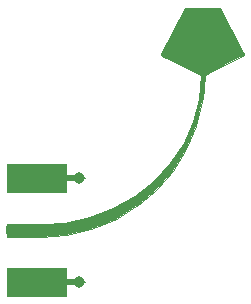
<source format=gtl>
G04 (created by PCBNEW (2013-june-11)-stable) date Mon 30 Oct 2017 03:43:58 PM CET*
%MOIN*%
G04 Gerber Fmt 3.4, Leading zero omitted, Abs format*
%FSLAX34Y34*%
G01*
G70*
G90*
G04 APERTURE LIST*
%ADD10C,0.00590551*%
%ADD11R,0.19685X0.0589*%
%ADD12R,0.0984252X0.0275*%
%ADD13C,0.038189*%
%ADD14C,0.01*%
%ADD15C,0.0011811*%
G04 APERTURE END LIST*
G54D10*
G54D11*
X71292Y-60501D03*
X71292Y-57272D03*
G54D12*
X70799Y-58887D03*
G54D13*
X72731Y-60602D03*
X72731Y-57137D03*
G54D14*
X71292Y-60501D02*
X71392Y-60602D01*
X71392Y-60602D02*
X72731Y-60602D01*
G54D10*
G36*
X72926Y-60608D02*
X72877Y-60608D01*
X72554Y-60684D01*
X72291Y-60684D01*
X72291Y-61068D01*
X70315Y-61068D01*
X70315Y-60135D01*
X72291Y-60135D01*
X72291Y-60519D01*
X72554Y-60519D01*
X72926Y-60608D01*
X72926Y-60608D01*
G37*
G54D15*
X72926Y-60608D02*
X72877Y-60608D01*
X72554Y-60684D01*
X72291Y-60684D01*
X72291Y-61068D01*
X70315Y-61068D01*
X70315Y-60135D01*
X72291Y-60135D01*
X72291Y-60519D01*
X72554Y-60519D01*
X72926Y-60608D01*
G54D10*
G36*
X78233Y-53016D02*
X78225Y-53042D01*
X78214Y-53055D01*
X76905Y-53720D01*
X76837Y-54519D01*
X76835Y-54528D01*
X76832Y-54540D01*
X76830Y-54568D01*
X76829Y-54571D01*
X76629Y-55390D01*
X76628Y-55394D01*
X76300Y-56170D01*
X76298Y-56174D01*
X75849Y-56891D01*
X75848Y-56894D01*
X75291Y-57534D01*
X75289Y-57537D01*
X74637Y-58083D01*
X74634Y-58085D01*
X73904Y-58525D01*
X73900Y-58526D01*
X73107Y-58848D01*
X73104Y-58849D01*
X72271Y-59046D01*
X72267Y-59047D01*
X71459Y-59110D01*
X71442Y-59104D01*
X71439Y-59100D01*
X70315Y-59100D01*
X70315Y-58679D01*
X71503Y-58679D01*
X71503Y-58684D01*
X72252Y-58631D01*
X73073Y-58448D01*
X73852Y-58150D01*
X74573Y-57744D01*
X75214Y-57238D01*
X75763Y-56646D01*
X76204Y-55981D01*
X76527Y-55262D01*
X76720Y-54521D01*
X76783Y-53721D01*
X75472Y-53056D01*
X75462Y-53042D01*
X75453Y-53017D01*
X75455Y-53000D01*
X76267Y-51483D01*
X76287Y-51472D01*
X77400Y-51472D01*
X77420Y-51483D01*
X78231Y-53000D01*
X78233Y-53016D01*
X78233Y-53016D01*
G37*
G54D15*
X78233Y-53016D02*
X78225Y-53042D01*
X78214Y-53055D01*
X76905Y-53720D01*
X76837Y-54519D01*
X76835Y-54528D01*
X76832Y-54540D01*
X76830Y-54568D01*
X76829Y-54571D01*
X76629Y-55390D01*
X76628Y-55394D01*
X76300Y-56170D01*
X76298Y-56174D01*
X75849Y-56891D01*
X75848Y-56894D01*
X75291Y-57534D01*
X75289Y-57537D01*
X74637Y-58083D01*
X74634Y-58085D01*
X73904Y-58525D01*
X73900Y-58526D01*
X73107Y-58848D01*
X73104Y-58849D01*
X72271Y-59046D01*
X72267Y-59047D01*
X71459Y-59110D01*
X71442Y-59104D01*
X71439Y-59100D01*
X70315Y-59100D01*
X70315Y-58679D01*
X71503Y-58679D01*
X71503Y-58684D01*
X72252Y-58631D01*
X73073Y-58448D01*
X73852Y-58150D01*
X74573Y-57744D01*
X75214Y-57238D01*
X75763Y-56646D01*
X76204Y-55981D01*
X76527Y-55262D01*
X76720Y-54521D01*
X76783Y-53721D01*
X75472Y-53056D01*
X75462Y-53042D01*
X75453Y-53017D01*
X75455Y-53000D01*
X76267Y-51483D01*
X76287Y-51472D01*
X77400Y-51472D01*
X77420Y-51483D01*
X78231Y-53000D01*
X78233Y-53016D01*
G54D10*
G36*
X72926Y-57143D02*
X72877Y-57143D01*
X72554Y-57220D01*
X72291Y-57220D01*
X72291Y-57604D01*
X70315Y-57604D01*
X70315Y-56671D01*
X72291Y-56671D01*
X72291Y-57055D01*
X72553Y-57055D01*
X72926Y-57143D01*
X72926Y-57143D01*
G37*
G54D15*
X72926Y-57143D02*
X72877Y-57143D01*
X72554Y-57220D01*
X72291Y-57220D01*
X72291Y-57604D01*
X70315Y-57604D01*
X70315Y-56671D01*
X72291Y-56671D01*
X72291Y-57055D01*
X72553Y-57055D01*
X72926Y-57143D01*
M02*

</source>
